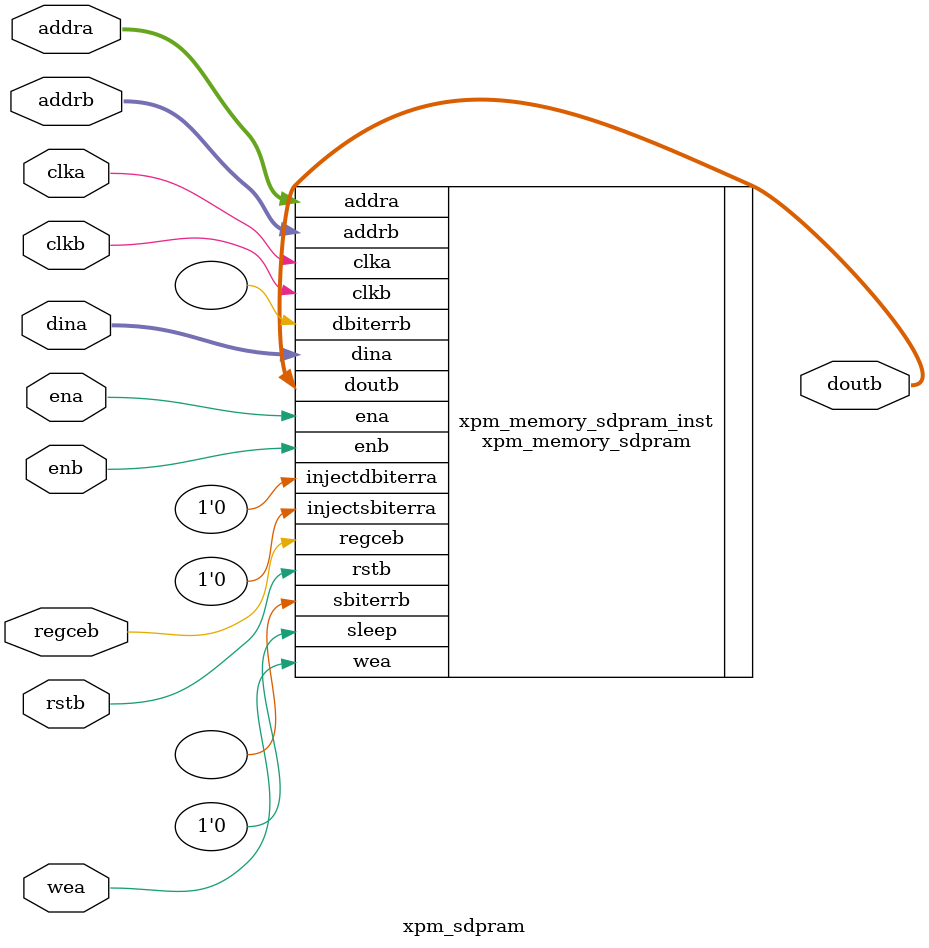
<source format=sv>
`timescale 1ns / 1ps


module xpm_sdpram#(
    parameter   integer ADDR_WIDTH_A        =   12                  ,
    parameter   integer ADDR_WIDTH_B        =   12                  ,
    parameter   integer BYTE_WRITE_WIDTH_A  =   32                  ,
    parameter   integer WRITE_DATA_WIDTH_A  =   32                  ,
    parameter   integer READ_DATA_WIDTH_B   =   32                  ,
    parameter   integer MEMORY_SIZE         =   WRITE_DATA_WIDTH_A*2**ADDR_WIDTH_A     ,
    parameter   integer READ_LATENCY_B      =   2                   ,
    parameter           MEMORY_INIT_FILE    =   "none"              ,   //"none" , "./FILE_PATH"
    parameter           CLOCKING_MODE       =   "common_clock"      ,   // "common_clock" , "independent_clock"
    parameter           MEMORY_PRIMITIVE    =   "block"                 // "auto" , "distributed" , "block" , "ultra"
    )(
    input   wire                                clka        ,
    input   wire    [ADDR_WIDTH_A-1:0]          addra       ,
    input   wire                                ena         ,
    input   wire    [WRITE_DATA_WIDTH_A/BYTE_WRITE_WIDTH_A-1:00]    wea         ,
    input   wire    [WRITE_DATA_WIDTH_A-1:00]   dina        ,
    
    input   wire                                clkb        ,
    input   wire                                rstb        ,
    input   wire    [ADDR_WIDTH_B-1:00]         addrb       ,
    input   wire                                enb         ,
    input   wire                                regceb      ,
    output  wire    [READ_DATA_WIDTH_B-1:00]    doutb       
    );

xpm_memory_sdpram #(
    .ADDR_WIDTH_A           (ADDR_WIDTH_A           ),          // DECIMAL
    .ADDR_WIDTH_B           (ADDR_WIDTH_B           ),          // DECIMAL
    .AUTO_SLEEP_TIME        (0                      ),          // DECIMAL
    .BYTE_WRITE_WIDTH_A     (BYTE_WRITE_WIDTH_A     ),          // DECIMAL
    .CLOCKING_MODE          (CLOCKING_MODE          ),          // String
    .ECC_MODE               ("no_ecc"               ),          // String
    .MEMORY_INIT_FILE       (MEMORY_INIT_FILE       ),          // String
    .MEMORY_INIT_PARAM      ("0"                    ),          // String
    .MEMORY_OPTIMIZATION    ("true"                 ),          // String
    .MEMORY_PRIMITIVE       (MEMORY_PRIMITIVE       ),          // String
    .MEMORY_SIZE            (MEMORY_SIZE            ),          // DECIMAL
    .MESSAGE_CONTROL        (0                      ),          // DECIMAL
    .READ_DATA_WIDTH_B      (READ_DATA_WIDTH_B      ),          // DECIMAL
    .READ_LATENCY_B         (READ_LATENCY_B         ),          // DECIMAL
    .READ_RESET_VALUE_B     ("0"                    ),          // String
    .USE_EMBEDDED_CONSTRAINT(0                      ),          // DECIMAL
    .USE_MEM_INIT           (1                      ),          // DECIMAL
    .WAKEUP_TIME            ("disable_sleep"        ),          // String
    .WRITE_DATA_WIDTH_A     (WRITE_DATA_WIDTH_A     ),          // DECIMAL
    .WRITE_MODE_B           ("read_first"           )           // String no_change read_first write_first
   )
   xpm_memory_sdpram_inst (
    .dbiterrb               (                       ),              // 1-bit output: Status signal to indicate double bit error occurrence
                                                                       // on the data output of port B
    .doutb                  (doutb                  ),              // READ_DATA_WIDTH_B-bit output: Data output for port B read operations.
    .sbiterrb               (                       ),              // 1-bit output: Status signal to indicate single bit error occurrence
                                                                       // on the data output of port B.    
    .addra                  (addra                  ),              // ADDR_WIDTH_A-bit input: Address for port A write operations.
    .addrb                  (addrb                  ),              // ADDR_WIDTH_B-bit input: Address for port B read operations.
    .clka                   (clka                   ),              // 1-bit input: Clock signal for port A. Also clocks port B when
                                                                       // parameter CLOCKING_MODE is "common_clock".
    .clkb                   (clkb                   ),              // 1-bit input: Clock signal for port B when parameter CLOCKING_MODE is
                                                                       // "independent_clock". Unused when parameter CLOCKING_MODE is
                                                                       // "common_clock".
    .dina                   (dina                   ),              // WRITE_DATA_WIDTH_A-bit input: Data input for port A write operations.
    .ena                    (ena                    ),              // 1-bit input: Memory enable signal for port A. Must be high on clock
                                                                       // cycles when write operations are initiated. Pipelined internally.
    .enb                    (enb                    ),                                      // 1-bit input: Memory enable signal for port B. Must be high on clock
                                                                       // cycles when read operations are initiated. Pipelined internally.
            
    .injectdbiterra         (1'b0                   ),              // 1-bit input: Controls double bit error injection on input data when
                                                                       // ECC enabled (Error injection capability is not available in
                                                                       // "decode_only" mode).
    .injectsbiterra         (1'b0                   ),              // 1-bit input: Controls single bit error injection on input data when
                                                                       // ECC enabled (Error injection capability is not available in
                                                                       // "decode_only" mode).
    .regceb                 (regceb                 ),              // 1-bit input: Clock Enable for the last register stage on the output
                                                                       // data path.
    .rstb                   (rstb                   ),              // 1-bit input: Reset signal for the final port B output register stage.
                                                                       // Synchronously resets output port doutb to the value specified by
                                                                       // parameter READ_RESET_VALUE_B.
    .sleep                  (1'b0                   ),              // 1-bit input: sleep signal to enable the dynamic power saving feature.
    .wea                    (wea                    )               // WRITE_DATA_WIDTH_A-bit input: Write enable vector for port A input
                                                                        // data port dina. 1 bit wide when word-wide writes are used. In
                                                                        // byte-wide write configurations, each bit controls the writing one
                                                                        // byte of dina to address addra. For example, to synchronously write
                                                                        // only bits [15-8] of dina when WRITE_DATA_WIDTH_A is 32, wea would be
                                                                        // 4'b0010.
        
    );      



// XPM_MEMORY instantiation template for Simple Dual Port RAM configurations
// Refer to the targeted device family architecture libraries guide for XPM_MEMORY documentation
// =======================================================================================================================

// Parameter usage table, organized as follows:
// +---------------------------------------------------------------------------------------------------------------------+
// | Parameter name       | Data type          | Restrictions, if applicable                                             |
// |---------------------------------------------------------------------------------------------------------------------|
// | Description                                                                                                         |
// +---------------------------------------------------------------------------------------------------------------------+
// +---------------------------------------------------------------------------------------------------------------------+
// | ADDR_WIDTH_A         | Integer            | Range: 1 - 20. Default value = 6.                                       |
// |---------------------------------------------------------------------------------------------------------------------|
// | Specify the width of the port A address port addra, in bits.                                                        |
// | Must be large enough to access the entire memory from port A, i.e. = $clog2(MEMORY_SIZE/WRITE_DATA_WIDTH_A).        |
// +---------------------------------------------------------------------------------------------------------------------+
// | ADDR_WIDTH_B         | Integer            | Range: 1 - 20. Default value = 6.                                       |
// |---------------------------------------------------------------------------------------------------------------------|
// | Specify the width of the port B address port addrb, in bits.                                                        |
// | Must be large enough to access the entire memory from port B, i.e. = $clog2(MEMORY_SIZE/READ_DATA_WIDTH_B).         |
// +---------------------------------------------------------------------------------------------------------------------+
// | AUTO_SLEEP_TIME      | Integer            | Range: 0 - 15. Default value = 0.                                       |
// |---------------------------------------------------------------------------------------------------------------------|
// | Number of clk[a|b] cycles to auto-sleep, if feature is available in architecture                                    |
// |                                                                                                                     |
// |  0 - Disable auto-sleep feature                                                                                     |
// |   3-15 - Number of auto-sleep latency cycles                                                                        |
// |                                                                                                                     |
// | Do not change from the value provided in the template instantiation                                                 |
// +---------------------------------------------------------------------------------------------------------------------+
// | BYTE_WRITE_WIDTH_A   | Integer            | Range: 1 - 4608. Default value = 32.                                    |
// |---------------------------------------------------------------------------------------------------------------------|
// | To enable byte-wide writes on port A, specify the byte width, in bits-                                              |
// |                                                                                                                     |
// |  8- 8-bit byte-wide writes, legal when WRITE_DATA_WIDTH_A is an integer multiple of 8                               |
// |   9- 9-bit byte-wide writes, legal when WRITE_DATA_WIDTH_A is an integer multiple of 9                              |
// |                                                                                                                     |
// | Or to enable word-wide writes on port A, specify the same value as for WRITE_DATA_WIDTH_A.                          |
// +---------------------------------------------------------------------------------------------------------------------+
// | CLOCKING_MODE        | String             | Allowed values: common_clock, independent_clock. Default value = common_clock.|
// |---------------------------------------------------------------------------------------------------------------------|
// | Designate whether port A and port B are clocked with a common clock or with independent clocks-                     |
// |                                                                                                                     |
// |  "common_clock"- Common clocking; clock both port A and port B with clka                                            |
// |   "independent_clock"- Independent clocking; clock port A with clka and port B with clkb                            |
// +---------------------------------------------------------------------------------------------------------------------+
// | ECC_MODE             | String             | Allowed values: no_ecc, both_encode_and_decode, decode_only, encode_only. Default value = no_ecc.|
// |---------------------------------------------------------------------------------------------------------------------|
// +---------------------------------------------------------------------------------------------------------------------+
// | MEMORY_INIT_FILE     | String             | Default value = none.                                                   |
// |---------------------------------------------------------------------------------------------------------------------|
// | Specify "none" (including quotes) for no memory initialization, or specify the name of a memory initialization file-|
// | Enter only the name of the file with .mem extension, including quotes but without path (e.g. "my_file.mem").        |
// | File format must be ASCII and consist of only hexadecimal values organized into the specified depth by              |
// | narrowest data width generic value of the memory. See the Memory File (MEM) section for more                        |
// | information on the syntax. Initialization of memory happens through the file name specified only when parameter     |
// | MEMORY_INIT_PARAM value is equal to "".                                                                             |
// | When using XPM_MEMORY in a project, add the specified file to the Vivado project as a design source.                |
// +---------------------------------------------------------------------------------------------------------------------+
// | MEMORY_INIT_PARAM    | String             | Default value = 0.                                                      |
// |---------------------------------------------------------------------------------------------------------------------|
// | Specify "" or "0" (including quotes) for no memory initialization through parameter, or specify the string          |
// | containing the hex characters.Enter only hex characters and each location separated by delimiter(,).                |
// | Parameter format must be ASCII and consist of only hexadecimal values organized into the specified depth by         |
// | narrowest data width generic value of the memory. For example, if the narrowest data width is 8, and the depth of   |
// | memory is 8 locations, then the parameter value should be passed as shown below.                                    |
// | parameter MEMORY_INIT_PARAM = "AB,CD,EF,1,2,34,56,78"                                                               |
// | |                   |                                                                                               |
// | 0th                7th                                                                                              |
// | location            location.                                                                                       |
// +---------------------------------------------------------------------------------------------------------------------+
// | MEMORY_OPTIMIZATION  | String             | Allowed values: true, false. Default value = true.                      |
// |---------------------------------------------------------------------------------------------------------------------|
// | Specify "true" to enable the optimization of unused memory or bits in the memory structure. Specify "false" to      |
// | disable the optimization of unused memory or bits in the memory structure.                                          |
// +---------------------------------------------------------------------------------------------------------------------+
// | MEMORY_PRIMITIVE     | String             | Allowed values: auto, block, distributed, ultra. Default value = auto.  |
// |---------------------------------------------------------------------------------------------------------------------|
// | Designate the memory primitive (resource type) to use-                                                              |
// |                                                                                                                     |
// |  "auto"- Allow Vivado Synthesis to choose                                                                           |
// |   "distributed"- Distributed memory                                                                                 |
// |   "block"- Block memory                                                                                             |
// |   "ultra"- Ultra RAM memory                                                                                         |
// +---------------------------------------------------------------------------------------------------------------------+
// | MEMORY_SIZE          | Integer            | Range: 2 - 150994944. Default value = 2048.                             |
// |---------------------------------------------------------------------------------------------------------------------|
// | Specify the total memory array size, in bits.                                                                       |
// | For example, enter 65536 for a 2kx32 RAM.                                                                           |
// |                                                                                                                     |
// |  When ECC is enabled and set to "encode_only", then the memory size has to be multiples of READ_DATA_WIDTH_B        |
// |   When ECC is enabled and set to "decode_only", then the memory size has to be multiples of WRITE_DATA_WIDTH_A      |
// | .                                                                                                                   |
// +---------------------------------------------------------------------------------------------------------------------+
// | MESSAGE_CONTROL      | Integer            | Range: 0 - 1. Default value = 0.                                        |
// |---------------------------------------------------------------------------------------------------------------------|
// | Specify 1 to enable the dynamic message reporting such as collision warnings, and 0 to disable the message reporting|
// +---------------------------------------------------------------------------------------------------------------------+
// | READ_DATA_WIDTH_B    | Integer            | Range: 1 - 4608. Default value = 32.                                    |
// |---------------------------------------------------------------------------------------------------------------------|
// | Specify the width of the port B read data output port doutb, in bits.                                               |
// |                                                                                                                     |
// |  When ECC is enabled and set to "encode_only", then READ_DATA_WIDTH_B has to be multiples of 72-bits                |
// |   When ECC is enabled and set to "decode_only" or "both_encode_and_decode", then READ_DATA_WIDTH_B has to be        |
// | multiples of 64-bits                                                                                                |
// | .                                                                                                                   |
// +---------------------------------------------------------------------------------------------------------------------+
// | READ_LATENCY_B       | Integer            | Range: 0 - 100. Default value = 2.                                      |
// |---------------------------------------------------------------------------------------------------------------------|
// | Specify the number of register stages in the port B read data pipeline. Read data output to port doutb takes this   |
// | number of clkb cycles (clka when CLOCKING_MODE is "common_clock").                                                  |
// | To target block memory, a value of 1 or larger is required- 1 causes use of memory latch only; 2 causes use of      |
// | output register. To target distributed memory, a value of 0 or larger is required- 0 indicates combinatorial output. |
// | Values larger than 2 synthesize additional flip-flops that are not retimed into memory primitives.                  |
// +---------------------------------------------------------------------------------------------------------------------+
// | READ_RESET_VALUE_B   | String             | Default value = 0.                                                      |
// |---------------------------------------------------------------------------------------------------------------------|
// | Specify the reset value of the port B final output register stage in response to rstb input port is assertion.      |
// | As this parameter is a string, please specify the hex values inside double quotes. As an example,                   |
// | If the read data width is 8, then specify READ_RESET_VALUE_B = "EA";                                                |
// | When ECC is enabled, then reset value is not supported.                                                             |
// +---------------------------------------------------------------------------------------------------------------------+
// | USE_EMBEDDED_CONSTRAINT| Integer            | Range: 0 - 1. Default value = 0.                                        |
// |---------------------------------------------------------------------------------------------------------------------|
// | Specify 1 to enable the set_false_path constraint addition between clka of Distributed RAM and doutb_reg on clkb    |
// +---------------------------------------------------------------------------------------------------------------------+
// | USE_MEM_INIT         | Integer            | Range: 0 - 1. Default value = 1.                                        |
// |---------------------------------------------------------------------------------------------------------------------|
// | Specify 1 to enable the generation of below message and 0 to disable the generation of below message completely.    |
// | Note- This message gets generated only when there is no Memory Initialization specified either through file or      |
// | Parameter.                                                                                                          |
// | INFO - MEMORY_INIT_FILE and MEMORY_INIT_PARAM together specifies no memory initialization.                          |
// | Initial memory contents will be all 0s.                                                                             |
// +---------------------------------------------------------------------------------------------------------------------+
// | WAKEUP_TIME          | String             | Allowed values: disable_sleep, use_sleep_pin. Default value = disable_sleep.|
// |---------------------------------------------------------------------------------------------------------------------|
// | Specify "disable_sleep" to disable dynamic power saving option, and specify "use_sleep_pin" to enable the           |
// | dynamic power saving option                                                                                         |
// +---------------------------------------------------------------------------------------------------------------------+
// | WRITE_DATA_WIDTH_A   | Integer            | Range: 1 - 4608. Default value = 32.                                    |
// |---------------------------------------------------------------------------------------------------------------------|
// | multiples of 64-bits                                                                                                |
// | When ECC is enabled and set to "decode_only", then WRITE_DATA_WIDTH_A has to be multiples of 72-bits                |
// +---------------------------------------------------------------------------------------------------------------------+
// | WRITE_MODE_B         | String             | Allowed values: no_change, read_first, write_first. Default value = no_change.|
// |---------------------------------------------------------------------------------------------------------------------|
// | Write mode behavior for port B output data port, doutb.                                                             |
// +---------------------------------------------------------------------------------------------------------------------+

// Port usage table, organized as follows:
// +---------------------------------------------------------------------------------------------------------------------+
// | Port name      | Direction | Size, in bits                         | Domain  | Sense       | Handling if unused     |
// |---------------------------------------------------------------------------------------------------------------------|
// | Description                                                                                                         |
// +---------------------------------------------------------------------------------------------------------------------+
// +---------------------------------------------------------------------------------------------------------------------+
// | addra          | Input     | ADDR_WIDTH_A                          | clka    | NA          | Required               |
// |---------------------------------------------------------------------------------------------------------------------|
// | Address for port A write operations.                                                                                |
// +---------------------------------------------------------------------------------------------------------------------+
// | addrb          | Input     | ADDR_WIDTH_B                          | clkb    | NA          | Required               |
// |---------------------------------------------------------------------------------------------------------------------|
// | Address for port B read operations.                                                                                 |
// +---------------------------------------------------------------------------------------------------------------------+
// | clka           | Input     | 1                                     | NA      | Rising edge | Required               |
// |---------------------------------------------------------------------------------------------------------------------|
// | Clock signal for port A. Also clocks port B when parameter CLOCKING_MODE is "common_clock".                         |
// +---------------------------------------------------------------------------------------------------------------------+
// | clkb           | Input     | 1                                     | NA      | Rising edge | Required               |
// |---------------------------------------------------------------------------------------------------------------------|
// | Clock signal for port B when parameter CLOCKING_MODE is "independent_clock".                                        |
// | Unused when parameter CLOCKING_MODE is "common_clock".                                                              |
// +---------------------------------------------------------------------------------------------------------------------+
// | dbiterrb       | Output    | 1                                     | clkb    | Active-high | DoNotCare              |
// |---------------------------------------------------------------------------------------------------------------------|
// | Status signal to indicate double bit error occurrence on the data output of port B.                                 |
// +---------------------------------------------------------------------------------------------------------------------+
// | dina           | Input     | WRITE_DATA_WIDTH_A                    | clka    | NA          | Required               |
// |---------------------------------------------------------------------------------------------------------------------|
// | Data input for port A write operations.                                                                             |
// +---------------------------------------------------------------------------------------------------------------------+
// | doutb          | Output    | READ_DATA_WIDTH_B                     | clkb    | NA          | Required               |
// |---------------------------------------------------------------------------------------------------------------------|
// | Data output for port B read operations.                                                                             |
// +---------------------------------------------------------------------------------------------------------------------+
// | ena            | Input     | 1                                     | clka    | Active-high | Required               |
// |---------------------------------------------------------------------------------------------------------------------|
// | Memory enable signal for port A.                                                                                    |
// | Must be high on clock cycles when write operations are initiated. Pipelined internally.                             |
// +---------------------------------------------------------------------------------------------------------------------+
// | enb            | Input     | 1                                     | clkb    | Active-high | Required               |
// |---------------------------------------------------------------------------------------------------------------------|
// | Memory enable signal for port B.                                                                                    |
// | Must be high on clock cycles when read operations are initiated. Pipelined internally.                              |
// +---------------------------------------------------------------------------------------------------------------------+
// | injectdbiterra | Input     | 1                                     | clka    | Active-high | Tie to 1'b0            |
// |---------------------------------------------------------------------------------------------------------------------|
// | Controls double bit error injection on input data when ECC enabled (Error injection capability is not available in  |
// | "decode_only" mode).                                                                                                |
// +---------------------------------------------------------------------------------------------------------------------+
// | injectsbiterra | Input     | 1                                     | clka    | Active-high | Tie to 1'b0            |
// |---------------------------------------------------------------------------------------------------------------------|
// | Controls single bit error injection on input data when ECC enabled (Error injection capability is not available in  |
// | "decode_only" mode).                                                                                                |
// +---------------------------------------------------------------------------------------------------------------------+
// | regceb         | Input     | 1                                     | clkb    | Active-high | Tie to 1'b1            |
// |---------------------------------------------------------------------------------------------------------------------|
// | Clock Enable for the last register stage on the output data path.                                                   |
// +---------------------------------------------------------------------------------------------------------------------+
// | rstb           | Input     | 1                                     | clkb    | Active-high | Required               |
// |---------------------------------------------------------------------------------------------------------------------|
// | Reset signal for the final port B output register stage.                                                            |
// | Synchronously resets output port doutb to the value specified by parameter READ_RESET_VALUE_B.                      |
// +---------------------------------------------------------------------------------------------------------------------+
// | sbiterrb       | Output    | 1                                     | clkb    | Active-high | DoNotCare              |
// |---------------------------------------------------------------------------------------------------------------------|
// | Status signal to indicate single bit error occurrence on the data output of port B.                                 |
// +---------------------------------------------------------------------------------------------------------------------+
// | sleep          | Input     | 1                                     | NA      | Active-high | Tie to 1'b0            |
// |---------------------------------------------------------------------------------------------------------------------|
// | sleep signal to enable the dynamic power saving feature.                                                            |
// +---------------------------------------------------------------------------------------------------------------------+
// | wea            | Input     | WRITE_DATA_WIDTH_A                    | clka    | Active-high | Required               |
// |---------------------------------------------------------------------------------------------------------------------|
// | Write enable vector for port A input data port dina. 1 bit wide when word-wide writes are used.                     |
// | In byte-wide write configurations, each bit controls the writing one byte of dina to address addra.                 |
// | For example, to synchronously write only bits [15-8] of dina when WRITE_DATA_WIDTH_A is 32, wea would be 4'b0010.   |
// +---------------------------------------------------------------------------------------------------------------------+


// xpm_memory_sdpram : In order to incorporate this function into the design,
//      Verilog      : the following instance declaration needs to be placed
//     instance      : in the body of the design code.  The instance name
//    declaration    : (xpm_memory_sdpram_inst) and/or the port declarations within the
//       code        : parenthesis may be changed to properly reference and
//                   : connect this function to the design.  All inputs
//                   : and outputs must be connected.

//  Please reference the appropriate libraries guide for additional information on the XPM modules.

//  <-----Cut code below this line---->

   // xpm_memory_sdpram: Simple Dual Port RAM
   // Xilinx Parameterized Macro, version 2018.2
endmodule

</source>
